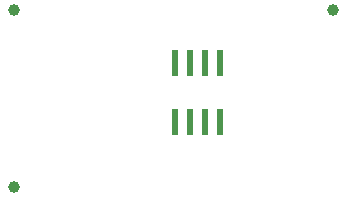
<source format=gbr>
%TF.GenerationSoftware,KiCad,Pcbnew,7.0.11-7.0.11~ubuntu22.04.1*%
%TF.CreationDate,2024-09-13T11:34:55+03:00*%
%TF.ProjectId,RVPC_Rev_B,52565043-5f52-4657-965f-422e6b696361,B*%
%TF.SameCoordinates,PX7bfa480PY7270e00*%
%TF.FileFunction,Paste,Top*%
%TF.FilePolarity,Positive*%
%FSLAX46Y46*%
G04 Gerber Fmt 4.6, Leading zero omitted, Abs format (unit mm)*
G04 Created by KiCad (PCBNEW 7.0.11-7.0.11~ubuntu22.04.1) date 2024-09-13 11:34:55*
%MOMM*%
%LPD*%
G01*
G04 APERTURE LIST*
%ADD10C,1.000000*%
%ADD11R,0.600000X2.200000*%
G04 APERTURE END LIST*
D10*
X2000000Y34000000D03*
D11*
X15595000Y24500000D03*
X16865000Y24500000D03*
X18135000Y24500000D03*
X19405000Y24500000D03*
X19405000Y29500000D03*
X18135000Y29500000D03*
X16865000Y29500000D03*
X15595000Y29500000D03*
D10*
X29000000Y34000000D03*
X2000000Y19000000D03*
M02*

</source>
